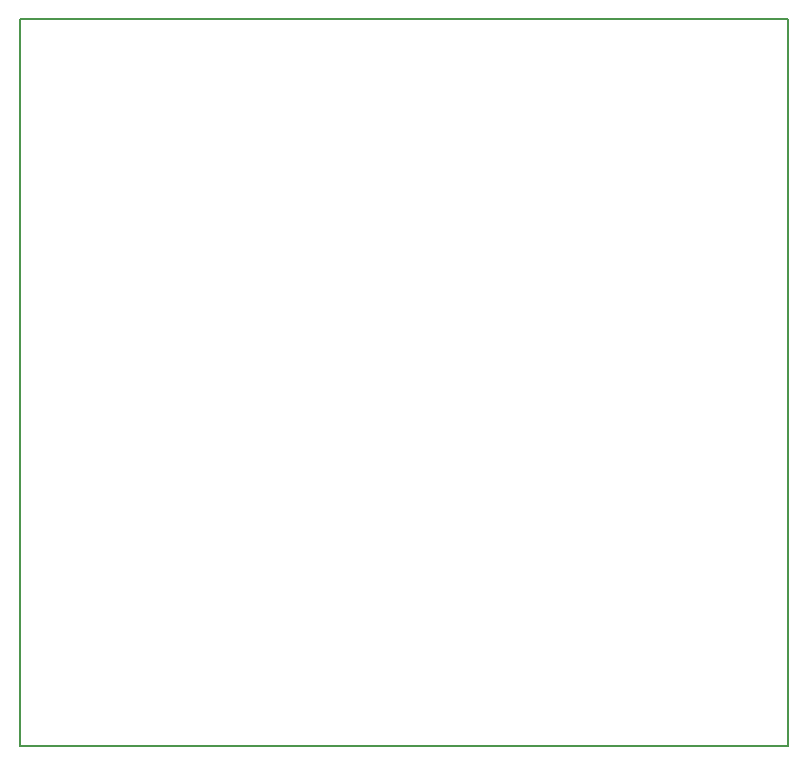
<source format=gbr>
G04 #@! TF.GenerationSoftware,KiCad,Pcbnew,5.1.10-88a1d61d58~90~ubuntu20.04.1*
G04 #@! TF.CreationDate,2021-09-05T17:22:48+01:00*
G04 #@! TF.ProjectId,hl2_extpamon,686c325f-6578-4747-9061-6d6f6e2e6b69,1*
G04 #@! TF.SameCoordinates,PX59a5380PY35d55f4*
G04 #@! TF.FileFunction,Profile,NP*
%FSLAX46Y46*%
G04 Gerber Fmt 4.6, Leading zero omitted, Abs format (unit mm)*
G04 Created by KiCad (PCBNEW 5.1.10-88a1d61d58~90~ubuntu20.04.1) date 2021-09-05 17:22:48*
%MOMM*%
%LPD*%
G01*
G04 APERTURE LIST*
G04 #@! TA.AperFunction,Profile*
%ADD10C,0.150000*%
G04 #@! TD*
G04 APERTURE END LIST*
D10*
X0Y-61551500D02*
X65000000Y-61551500D01*
X0Y-61551500D02*
X0Y0D01*
X65000000Y0D02*
X65000000Y-61551500D01*
X0Y0D02*
X65000000Y0D01*
M02*

</source>
